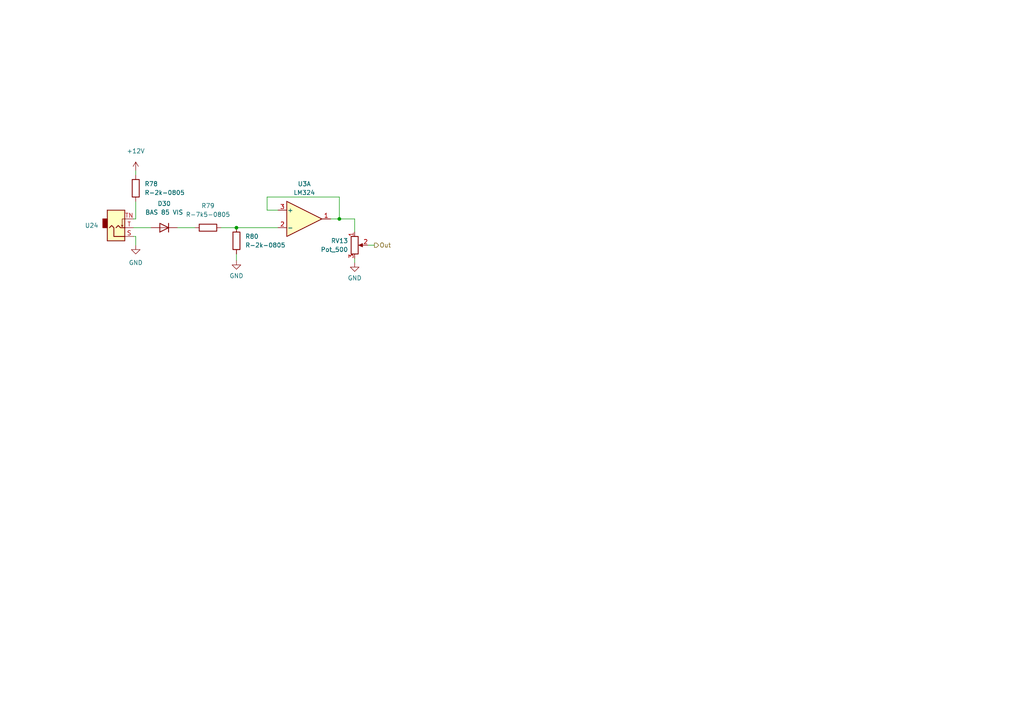
<source format=kicad_sch>
(kicad_sch (version 20211123) (generator eeschema)

  (uuid 8b876cca-1579-43b0-bb72-171dd8d2076f)

  (paper "A4")

  (lib_symbols
    (symbol "eurorack:BAS 85 VIS" (pin_numbers hide) (pin_names hide) (in_bom yes) (on_board yes)
      (property "Reference" "D" (id 0) (at 0 2.54 0)
        (effects (font (size 1.27 1.27)))
      )
      (property "Value" "BAS 85 VIS" (id 1) (at 0 -2.54 0)
        (effects (font (size 1.27 1.27)))
      )
      (property "Footprint" "Diode_SMD:D_MiniMELF" (id 2) (at 0 -4.445 0)
        (effects (font (size 1.27 1.27)) hide)
      )
      (property "Datasheet" "https://www.reichelt.com/at/en/small-signal-schottky-diode-30-v-0-2-a-sod-80-bas-85-vis-p219617.html?&trstct=pos_7&nbc=1" (id 3) (at 0.635 -8.255 0)
        (effects (font (size 1.27 1.27)) hide)
      )
      (property "ki_keywords" "diode" (id 4) (at 0 0 0)
        (effects (font (size 1.27 1.27)) hide)
      )
      (property "ki_description" "UF 0,24V, IF 0.2A, IFSM 5A" (id 5) (at 0 0 0)
        (effects (font (size 1.27 1.27)) hide)
      )
      (property "ki_fp_filters" "SOT?23*" (id 6) (at 0 0 0)
        (effects (font (size 1.27 1.27)) hide)
      )
      (symbol "BAS 85 VIS_0_1"
        (polyline
          (pts
            (xy -1.27 1.27)
            (xy -1.27 -1.27)
          )
          (stroke (width 0.254) (type default) (color 0 0 0 0))
          (fill (type none))
        )
        (polyline
          (pts
            (xy 1.27 0)
            (xy -1.27 0)
          )
          (stroke (width 0) (type default) (color 0 0 0 0))
          (fill (type none))
        )
        (polyline
          (pts
            (xy 1.27 1.27)
            (xy 1.27 -1.27)
            (xy -1.27 0)
            (xy 1.27 1.27)
          )
          (stroke (width 0.254) (type default) (color 0 0 0 0))
          (fill (type none))
        )
      )
      (symbol "BAS 85 VIS_1_1"
        (pin passive line (at 3.81 0 180) (length 2.54)
          (name "A" (effects (font (size 1.27 1.27))))
          (number "1" (effects (font (size 1.27 1.27))))
        )
        (pin passive line (at -3.81 0 0) (length 2.54)
          (name "K" (effects (font (size 1.27 1.27))))
          (number "2" (effects (font (size 1.27 1.27))))
        )
      )
    )
    (symbol "eurorack:LM324" (pin_names (offset 0.127)) (in_bom yes) (on_board yes)
      (property "Reference" "U" (id 0) (at 0 5.08 0)
        (effects (font (size 1.27 1.27)) (justify left))
      )
      (property "Value" "LM324" (id 1) (at 0 -5.08 0)
        (effects (font (size 1.27 1.27)) (justify left))
      )
      (property "Footprint" "Package_SO:SO-14_3.9x8.65mm_P1.27mm" (id 2) (at -1.27 2.54 0)
        (effects (font (size 1.27 1.27)) hide)
      )
      (property "Datasheet" "http://www.ti.com/lit/ds/symlink/lm2902-n.pdf" (id 3) (at 1.27 5.08 0)
        (effects (font (size 1.27 1.27)) hide)
      )
      (property "ki_locked" "" (id 4) (at 0 0 0)
        (effects (font (size 1.27 1.27)))
      )
      (property "ki_keywords" "quad opamp" (id 5) (at 0 0 0)
        (effects (font (size 1.27 1.27)) hide)
      )
      (property "ki_description" "Low-Power, Quad-Operational Amplifiers, DIP-14/SOIC-14/SSOP-14" (id 6) (at 0 0 0)
        (effects (font (size 1.27 1.27)) hide)
      )
      (property "ki_fp_filters" "SOIC*3.9x8.7mm*P1.27mm* DIP*W7.62mm* TSSOP*4.4x5mm*P0.65mm* SSOP*5.3x6.2mm*P0.65mm* MSOP*3x3mm*P0.5mm*" (id 7) (at 0 0 0)
        (effects (font (size 1.27 1.27)) hide)
      )
      (symbol "LM324_1_1"
        (polyline
          (pts
            (xy -5.08 5.08)
            (xy 5.08 0)
            (xy -5.08 -5.08)
            (xy -5.08 5.08)
          )
          (stroke (width 0.254) (type default) (color 0 0 0 0))
          (fill (type background))
        )
        (pin output line (at 7.62 0 180) (length 2.54)
          (name "~" (effects (font (size 1.27 1.27))))
          (number "1" (effects (font (size 1.27 1.27))))
        )
        (pin input line (at -7.62 -2.54 0) (length 2.54)
          (name "-" (effects (font (size 1.27 1.27))))
          (number "2" (effects (font (size 1.27 1.27))))
        )
        (pin input line (at -7.62 2.54 0) (length 2.54)
          (name "+" (effects (font (size 1.27 1.27))))
          (number "3" (effects (font (size 1.27 1.27))))
        )
      )
      (symbol "LM324_2_1"
        (polyline
          (pts
            (xy -5.08 5.08)
            (xy 5.08 0)
            (xy -5.08 -5.08)
            (xy -5.08 5.08)
          )
          (stroke (width 0.254) (type default) (color 0 0 0 0))
          (fill (type background))
        )
        (pin input line (at -7.62 2.54 0) (length 2.54)
          (name "+" (effects (font (size 1.27 1.27))))
          (number "5" (effects (font (size 1.27 1.27))))
        )
        (pin input line (at -7.62 -2.54 0) (length 2.54)
          (name "-" (effects (font (size 1.27 1.27))))
          (number "6" (effects (font (size 1.27 1.27))))
        )
        (pin output line (at 7.62 0 180) (length 2.54)
          (name "~" (effects (font (size 1.27 1.27))))
          (number "7" (effects (font (size 1.27 1.27))))
        )
      )
      (symbol "LM324_3_1"
        (polyline
          (pts
            (xy -5.08 5.08)
            (xy 5.08 0)
            (xy -5.08 -5.08)
            (xy -5.08 5.08)
          )
          (stroke (width 0.254) (type default) (color 0 0 0 0))
          (fill (type background))
        )
        (pin input line (at -7.62 2.54 0) (length 2.54)
          (name "+" (effects (font (size 1.27 1.27))))
          (number "10" (effects (font (size 1.27 1.27))))
        )
        (pin output line (at 7.62 0 180) (length 2.54)
          (name "~" (effects (font (size 1.27 1.27))))
          (number "8" (effects (font (size 1.27 1.27))))
        )
        (pin input line (at -7.62 -2.54 0) (length 2.54)
          (name "-" (effects (font (size 1.27 1.27))))
          (number "9" (effects (font (size 1.27 1.27))))
        )
      )
      (symbol "LM324_4_1"
        (polyline
          (pts
            (xy -5.08 5.08)
            (xy 5.08 0)
            (xy -5.08 -5.08)
            (xy -5.08 5.08)
          )
          (stroke (width 0.254) (type default) (color 0 0 0 0))
          (fill (type background))
        )
        (pin input line (at -7.62 2.54 0) (length 2.54)
          (name "+" (effects (font (size 1.27 1.27))))
          (number "12" (effects (font (size 1.27 1.27))))
        )
        (pin input line (at -7.62 -2.54 0) (length 2.54)
          (name "-" (effects (font (size 1.27 1.27))))
          (number "13" (effects (font (size 1.27 1.27))))
        )
        (pin output line (at 7.62 0 180) (length 2.54)
          (name "~" (effects (font (size 1.27 1.27))))
          (number "14" (effects (font (size 1.27 1.27))))
        )
      )
      (symbol "LM324_5_1"
        (pin power_in line (at -2.54 -7.62 90) (length 3.81)
          (name "V-" (effects (font (size 1.27 1.27))))
          (number "11" (effects (font (size 1.27 1.27))))
        )
        (pin power_in line (at -2.54 7.62 270) (length 3.81)
          (name "V+" (effects (font (size 1.27 1.27))))
          (number "4" (effects (font (size 1.27 1.27))))
        )
      )
    )
    (symbol "eurorack:LUM-1502-03_3.5mm_mono_vertical_jack" (in_bom yes) (on_board yes)
      (property "Reference" "U" (id 0) (at 0 5.08 0)
        (effects (font (size 1.27 1.27)))
      )
      (property "Value" "LUM-1502-03_3.5mm_mono_vertical_jack" (id 1) (at 0 5.08 0)
        (effects (font (size 1.27 1.27)))
      )
      (property "Footprint" "eurorack:LUM 1502-03" (id 2) (at 0 5.08 0)
        (effects (font (size 1.27 1.27)) hide)
      )
      (property "Datasheet" "https://cdn-reichelt.de/documents/datenblatt/C160/DS_1502_03.pdf" (id 3) (at 0 5.08 0)
        (effects (font (size 1.27 1.27)) hide)
      )
      (symbol "LUM-1502-03_3.5mm_mono_vertical_jack_0_1"
        (rectangle (start -2.54 -1.27) (end -3.81 -3.81)
          (stroke (width 0.254) (type default) (color 0 0 0 0))
          (fill (type outline))
        )
        (polyline
          (pts
            (xy 1.778 -1.524)
            (xy 2.032 -2.032)
          )
          (stroke (width 0) (type default) (color 0 0 0 0))
          (fill (type none))
        )
        (polyline
          (pts
            (xy 0 -1.27)
            (xy 0.635 -1.905)
            (xy 1.27 -1.27)
            (xy 2.54 -1.27)
          )
          (stroke (width 0.254) (type default) (color 0 0 0 0))
          (fill (type none))
        )
        (polyline
          (pts
            (xy 2.54 -3.81)
            (xy 1.778 -3.81)
            (xy 1.778 -1.524)
            (xy 1.524 -2.032)
          )
          (stroke (width 0) (type default) (color 0 0 0 0))
          (fill (type none))
        )
        (polyline
          (pts
            (xy 2.54 1.27)
            (xy -0.635 1.27)
            (xy -0.635 -1.27)
            (xy -1.27 -1.905)
            (xy -1.905 -1.27)
          )
          (stroke (width 0.254) (type default) (color 0 0 0 0))
          (fill (type none))
        )
        (rectangle (start 2.54 2.54) (end -2.54 -6.35)
          (stroke (width 0.254) (type default) (color 0 0 0 0))
          (fill (type background))
        )
      )
      (symbol "LUM-1502-03_3.5mm_mono_vertical_jack_1_1"
        (pin passive line (at 5.08 1.27 180) (length 2.54)
          (name "~" (effects (font (size 1.27 1.27))))
          (number "S" (effects (font (size 1.27 1.27))))
        )
        (pin passive line (at 5.08 -1.27 180) (length 2.54)
          (name "~" (effects (font (size 1.27 1.27))))
          (number "T" (effects (font (size 1.27 1.27))))
        )
        (pin passive line (at 5.08 -3.81 180) (length 2.54)
          (name "~" (effects (font (size 1.27 1.27))))
          (number "TN" (effects (font (size 1.27 1.27))))
        )
      )
    )
    (symbol "eurorack:Pot_500" (pin_names (offset 1.016) hide) (in_bom yes) (on_board yes)
      (property "Reference" "RV" (id 0) (at -4.445 0 90)
        (effects (font (size 1.27 1.27)))
      )
      (property "Value" "Pot_500" (id 1) (at -2.54 0 90)
        (effects (font (size 1.27 1.27)))
      )
      (property "Footprint" "Potentiometer_THT:Potentiometer_Piher_PT-10-V10_Vertical" (id 2) (at 0 0 0)
        (effects (font (size 1.27 1.27)) hide)
      )
      (property "Datasheet" "https://secure.reichelt.com/at/en/rotary-potentiometer-500-ohm-linear-4-mm-pih-smc10v10501-p232483.html?&trstct=pos_4&nbc=1" (id 3) (at 0 0 0)
        (effects (font (size 1.27 1.27)) hide)
      )
      (property "ki_keywords" "resistor variable" (id 4) (at 0 0 0)
        (effects (font (size 1.27 1.27)) hide)
      )
      (property "ki_description" "Potentiometer" (id 5) (at 0 0 0)
        (effects (font (size 1.27 1.27)) hide)
      )
      (property "ki_fp_filters" "Potentiometer*" (id 6) (at 0 0 0)
        (effects (font (size 1.27 1.27)) hide)
      )
      (symbol "Pot_500_0_1"
        (polyline
          (pts
            (xy 2.54 0)
            (xy 1.524 0)
          )
          (stroke (width 0) (type default) (color 0 0 0 0))
          (fill (type none))
        )
        (polyline
          (pts
            (xy 1.143 0)
            (xy 2.286 0.508)
            (xy 2.286 -0.508)
            (xy 1.143 0)
          )
          (stroke (width 0) (type default) (color 0 0 0 0))
          (fill (type outline))
        )
        (rectangle (start 1.016 2.54) (end -1.016 -2.54)
          (stroke (width 0.254) (type default) (color 0 0 0 0))
          (fill (type none))
        )
      )
      (symbol "Pot_500_1_1"
        (pin passive line (at 0 3.81 270) (length 1.27)
          (name "1" (effects (font (size 1.27 1.27))))
          (number "1" (effects (font (size 1.27 1.27))))
        )
        (pin passive line (at 3.81 0 180) (length 1.27)
          (name "2" (effects (font (size 1.27 1.27))))
          (number "2" (effects (font (size 1.27 1.27))))
        )
        (pin passive line (at 0 -3.81 90) (length 1.27)
          (name "3" (effects (font (size 1.27 1.27))))
          (number "3" (effects (font (size 1.27 1.27))))
        )
      )
    )
    (symbol "eurorack:R-2k-0805" (pin_numbers hide) (pin_names (offset 0)) (in_bom yes) (on_board yes)
      (property "Reference" "R" (id 0) (at 2.032 0 90)
        (effects (font (size 1.27 1.27)))
      )
      (property "Value" "R-2k-0805" (id 1) (at -2.54 0 90)
        (effects (font (size 1.27 1.27)))
      )
      (property "Footprint" "Resistor_SMD:R_0805_2012Metric" (id 2) (at -1.778 0 90)
        (effects (font (size 1.27 1.27)) hide)
      )
      (property "Datasheet" "https://www.reichelt.com/at/en/smd-resistor-0805-2-kohm-125-mw-5--rnd-1550805-cr-p250288.html?&trstct=pol_1&nbc=1" (id 3) (at 0 0 0)
        (effects (font (size 1.27 1.27)) hide)
      )
      (property "P" "125mW" (id 4) (at 0 0 0)
        (effects (font (size 1.27 1.27)) hide)
      )
      (property "Tolerance" "1%" (id 5) (at 0 0 0)
        (effects (font (size 1.27 1.27)) hide)
      )
      (property "ki_keywords" "R res resistor" (id 6) (at 0 0 0)
        (effects (font (size 1.27 1.27)) hide)
      )
      (property "ki_description" "Resistor" (id 7) (at 0 0 0)
        (effects (font (size 1.27 1.27)) hide)
      )
      (property "ki_fp_filters" "R_*" (id 8) (at 0 0 0)
        (effects (font (size 1.27 1.27)) hide)
      )
      (symbol "R-2k-0805_0_1"
        (rectangle (start -1.016 -2.54) (end 1.016 2.54)
          (stroke (width 0.254) (type default) (color 0 0 0 0))
          (fill (type none))
        )
      )
      (symbol "R-2k-0805_1_1"
        (pin passive line (at 0 3.81 270) (length 1.27)
          (name "~" (effects (font (size 1.27 1.27))))
          (number "1" (effects (font (size 1.27 1.27))))
        )
        (pin passive line (at 0 -3.81 90) (length 1.27)
          (name "~" (effects (font (size 1.27 1.27))))
          (number "2" (effects (font (size 1.27 1.27))))
        )
      )
    )
    (symbol "eurorack:R-7k5-0805" (pin_numbers hide) (pin_names (offset 0)) (in_bom yes) (on_board yes)
      (property "Reference" "R" (id 0) (at 2.032 0 90)
        (effects (font (size 1.27 1.27)))
      )
      (property "Value" "R-7k5-0805" (id 1) (at -2.54 0 90)
        (effects (font (size 1.27 1.27)))
      )
      (property "Footprint" "Resistor_SMD:R_0805_2012Metric" (id 2) (at -1.778 0 90)
        (effects (font (size 1.27 1.27)) hide)
      )
      (property "Datasheet" "https://www.reichelt.com/at/en/smd-resistor-0805-7-5-kohm-125-mw-5--rnd-1550805-dl-p250308.html?&trstct=pol_0&nbc=1" (id 3) (at 0 0 0)
        (effects (font (size 1.27 1.27)) hide)
      )
      (property "P" "125mW" (id 4) (at 0 0 0)
        (effects (font (size 1.27 1.27)) hide)
      )
      (property "Tolerance" "1%" (id 5) (at 0 0 0)
        (effects (font (size 1.27 1.27)) hide)
      )
      (property "ki_keywords" "R res resistor" (id 6) (at 0 0 0)
        (effects (font (size 1.27 1.27)) hide)
      )
      (property "ki_description" "Resistor" (id 7) (at 0 0 0)
        (effects (font (size 1.27 1.27)) hide)
      )
      (property "ki_fp_filters" "R_*" (id 8) (at 0 0 0)
        (effects (font (size 1.27 1.27)) hide)
      )
      (symbol "R-7k5-0805_0_1"
        (rectangle (start -1.016 -2.54) (end 1.016 2.54)
          (stroke (width 0.254) (type default) (color 0 0 0 0))
          (fill (type none))
        )
      )
      (symbol "R-7k5-0805_1_1"
        (pin passive line (at 0 3.81 270) (length 1.27)
          (name "~" (effects (font (size 1.27 1.27))))
          (number "1" (effects (font (size 1.27 1.27))))
        )
        (pin passive line (at 0 -3.81 90) (length 1.27)
          (name "~" (effects (font (size 1.27 1.27))))
          (number "2" (effects (font (size 1.27 1.27))))
        )
      )
    )
    (symbol "power:+12V" (power) (pin_names (offset 0)) (in_bom yes) (on_board yes)
      (property "Reference" "#PWR" (id 0) (at 0 -3.81 0)
        (effects (font (size 1.27 1.27)) hide)
      )
      (property "Value" "+12V" (id 1) (at 0 3.556 0)
        (effects (font (size 1.27 1.27)))
      )
      (property "Footprint" "" (id 2) (at 0 0 0)
        (effects (font (size 1.27 1.27)) hide)
      )
      (property "Datasheet" "" (id 3) (at 0 0 0)
        (effects (font (size 1.27 1.27)) hide)
      )
      (property "ki_keywords" "power-flag" (id 4) (at 0 0 0)
        (effects (font (size 1.27 1.27)) hide)
      )
      (property "ki_description" "Power symbol creates a global label with name \"+12V\"" (id 5) (at 0 0 0)
        (effects (font (size 1.27 1.27)) hide)
      )
      (symbol "+12V_0_1"
        (polyline
          (pts
            (xy -0.762 1.27)
            (xy 0 2.54)
          )
          (stroke (width 0) (type default) (color 0 0 0 0))
          (fill (type none))
        )
        (polyline
          (pts
            (xy 0 0)
            (xy 0 2.54)
          )
          (stroke (width 0) (type default) (color 0 0 0 0))
          (fill (type none))
        )
        (polyline
          (pts
            (xy 0 2.54)
            (xy 0.762 1.27)
          )
          (stroke (width 0) (type default) (color 0 0 0 0))
          (fill (type none))
        )
      )
      (symbol "+12V_1_1"
        (pin power_in line (at 0 0 90) (length 0) hide
          (name "+12V" (effects (font (size 1.27 1.27))))
          (number "1" (effects (font (size 1.27 1.27))))
        )
      )
    )
    (symbol "power:GND" (power) (pin_names (offset 0)) (in_bom yes) (on_board yes)
      (property "Reference" "#PWR" (id 0) (at 0 -6.35 0)
        (effects (font (size 1.27 1.27)) hide)
      )
      (property "Value" "GND" (id 1) (at 0 -3.81 0)
        (effects (font (size 1.27 1.27)))
      )
      (property "Footprint" "" (id 2) (at 0 0 0)
        (effects (font (size 1.27 1.27)) hide)
      )
      (property "Datasheet" "" (id 3) (at 0 0 0)
        (effects (font (size 1.27 1.27)) hide)
      )
      (property "ki_keywords" "power-flag" (id 4) (at 0 0 0)
        (effects (font (size 1.27 1.27)) hide)
      )
      (property "ki_description" "Power symbol creates a global label with name \"GND\" , ground" (id 5) (at 0 0 0)
        (effects (font (size 1.27 1.27)) hide)
      )
      (symbol "GND_0_1"
        (polyline
          (pts
            (xy 0 0)
            (xy 0 -1.27)
            (xy 1.27 -1.27)
            (xy 0 -2.54)
            (xy -1.27 -1.27)
            (xy 0 -1.27)
          )
          (stroke (width 0) (type default) (color 0 0 0 0))
          (fill (type none))
        )
      )
      (symbol "GND_1_1"
        (pin power_in line (at 0 0 270) (length 0) hide
          (name "GND" (effects (font (size 1.27 1.27))))
          (number "1" (effects (font (size 1.27 1.27))))
        )
      )
    )
  )

  (junction (at 98.425 63.5) (diameter 0) (color 0 0 0 0)
    (uuid 14841c90-8be1-4dce-a3e6-6fd5c17f422e)
  )
  (junction (at 68.58 66.04) (diameter 0) (color 0 0 0 0)
    (uuid add28b54-cd1c-45b0-9924-db4b3d5c0cae)
  )

  (wire (pts (xy 51.435 66.04) (xy 56.515 66.04))
    (stroke (width 0) (type default) (color 0 0 0 0))
    (uuid 039bbc87-3fd4-4bc2-8c05-b43988213bce)
  )
  (wire (pts (xy 80.645 60.96) (xy 77.47 60.96))
    (stroke (width 0) (type default) (color 0 0 0 0))
    (uuid 0582dfb1-25d6-4622-9271-22bacec749b9)
  )
  (wire (pts (xy 102.87 63.5) (xy 102.87 67.31))
    (stroke (width 0) (type default) (color 0 0 0 0))
    (uuid 0d082a09-2fd4-4fd4-95bd-d3e7e3af6667)
  )
  (wire (pts (xy 98.425 57.15) (xy 98.425 63.5))
    (stroke (width 0) (type default) (color 0 0 0 0))
    (uuid 14a323ec-ed38-4759-b45a-4e5605a910ef)
  )
  (wire (pts (xy 77.47 57.15) (xy 98.425 57.15))
    (stroke (width 0) (type default) (color 0 0 0 0))
    (uuid 1ad04896-9f63-4c8a-b412-78a0a2f0b917)
  )
  (wire (pts (xy 39.37 63.5) (xy 38.735 63.5))
    (stroke (width 0) (type default) (color 0 0 0 0))
    (uuid 2c475c66-ee93-4e50-8863-e817f458956f)
  )
  (wire (pts (xy 68.58 73.66) (xy 68.58 75.565))
    (stroke (width 0) (type default) (color 0 0 0 0))
    (uuid 2f665c04-b8d3-4200-aea6-f7dfbd45dad5)
  )
  (wire (pts (xy 39.37 71.12) (xy 39.37 68.58))
    (stroke (width 0) (type default) (color 0 0 0 0))
    (uuid 2f8ce67d-1225-44cf-95d4-8779e77c2daa)
  )
  (wire (pts (xy 98.425 63.5) (xy 102.87 63.5))
    (stroke (width 0) (type default) (color 0 0 0 0))
    (uuid 5158d1f6-0fb4-4181-a15a-f557daa14613)
  )
  (wire (pts (xy 39.37 68.58) (xy 38.735 68.58))
    (stroke (width 0) (type default) (color 0 0 0 0))
    (uuid 53cf8cdb-47e8-47ed-8ed3-ca84ce556e44)
  )
  (wire (pts (xy 98.425 63.5) (xy 95.885 63.5))
    (stroke (width 0) (type default) (color 0 0 0 0))
    (uuid 564b8969-cc47-4a44-a8ec-10df67338a4b)
  )
  (wire (pts (xy 102.87 74.93) (xy 102.87 76.2))
    (stroke (width 0) (type default) (color 0 0 0 0))
    (uuid 5ab4d479-f513-4434-bbde-a7c01ba23e40)
  )
  (wire (pts (xy 68.58 66.04) (xy 80.645 66.04))
    (stroke (width 0) (type default) (color 0 0 0 0))
    (uuid 6a8c2151-de75-4ce4-92b6-d503d15c9ad4)
  )
  (wire (pts (xy 38.735 66.04) (xy 43.815 66.04))
    (stroke (width 0) (type default) (color 0 0 0 0))
    (uuid 89046daa-41ac-467b-b85f-4817cca3d04c)
  )
  (wire (pts (xy 64.135 66.04) (xy 68.58 66.04))
    (stroke (width 0) (type default) (color 0 0 0 0))
    (uuid ac28658e-9541-4b00-bd78-2397435aae91)
  )
  (wire (pts (xy 39.37 58.42) (xy 39.37 63.5))
    (stroke (width 0) (type default) (color 0 0 0 0))
    (uuid c9a1ff01-b84d-4b70-ad4d-91f8806e8d8d)
  )
  (wire (pts (xy 106.68 71.12) (xy 108.585 71.12))
    (stroke (width 0) (type default) (color 0 0 0 0))
    (uuid d04f9b0f-2249-48ae-98b4-0196d2abe477)
  )
  (wire (pts (xy 39.37 49.53) (xy 39.37 50.8))
    (stroke (width 0) (type default) (color 0 0 0 0))
    (uuid db957ea5-8e4b-48ed-b377-f95c0f7d24bc)
  )
  (wire (pts (xy 77.47 60.96) (xy 77.47 57.15))
    (stroke (width 0) (type default) (color 0 0 0 0))
    (uuid f48ba8bd-d993-4f07-b106-41d2f8c8f460)
  )

  (hierarchical_label "Out" (shape output) (at 108.585 71.12 0)
    (effects (font (size 1.27 1.27)) (justify left))
    (uuid a7c620b2-4b30-4697-a375-b98b9350fdba)
  )

  (symbol (lib_id "eurorack:LUM-1502-03_3.5mm_mono_vertical_jack") (at 33.655 67.31 0) (mirror x)
    (in_bom yes) (on_board yes) (fields_autoplaced)
    (uuid 1938cb01-94a5-4d00-bfbe-97a30c4046e0)
    (property "Reference" "U24" (id 0) (at 28.575 65.4049 0)
      (effects (font (size 1.27 1.27)) (justify right))
    )
    (property "Value" "LUM-1502-03_3.5mm_mono_vertical_jack" (id 1) (at 28.575 66.6749 0)
      (effects (font (size 1.27 1.27)) (justify right) hide)
    )
    (property "Footprint" "eurorack:LUM 1502-03" (id 2) (at 33.655 72.39 0)
      (effects (font (size 1.27 1.27)) hide)
    )
    (property "Datasheet" "https://cdn-reichelt.de/documents/datenblatt/C160/DS_1502_03.pdf" (id 3) (at 33.655 72.39 0)
      (effects (font (size 1.27 1.27)) hide)
    )
    (pin "S" (uuid e90e32aa-33f2-49ed-a646-bf2b655b8476))
    (pin "T" (uuid cecd3c12-4f58-4548-b199-a9a6719f69ac))
    (pin "TN" (uuid 9066286b-ca98-4f50-820e-096a6e0afde5))
  )

  (symbol (lib_id "eurorack:LM324") (at 88.265 63.5 0)
    (in_bom yes) (on_board yes) (fields_autoplaced)
    (uuid 3a7b350e-3548-4144-ae5e-ce92a33dad18)
    (property "Reference" "U3" (id 0) (at 88.265 53.34 0))
    (property "Value" "LM324" (id 1) (at 88.265 55.88 0))
    (property "Footprint" "Package_SO:SO-14_3.9x8.65mm_P1.27mm" (id 2) (at 86.995 60.96 0)
      (effects (font (size 1.27 1.27)) hide)
    )
    (property "Datasheet" "http://www.ti.com/lit/ds/symlink/lm2902-n.pdf" (id 3) (at 89.535 58.42 0)
      (effects (font (size 1.27 1.27)) hide)
    )
    (pin "12" (uuid 8443f07a-ac10-46a9-82d3-6c79d8745f47))
    (pin "13" (uuid 29ff3bbe-89c2-4802-b45b-8afde815f8af))
    (pin "14" (uuid f0e0464f-7f0d-4e68-9487-479525f2791f))
  )

  (symbol (lib_id "power:GND") (at 39.37 71.12 0) (mirror y)
    (in_bom yes) (on_board yes) (fields_autoplaced)
    (uuid 461a09ef-a6b5-4c4f-a7c9-8d073c063db7)
    (property "Reference" "#PWR0112" (id 0) (at 39.37 77.47 0)
      (effects (font (size 1.27 1.27)) hide)
    )
    (property "Value" "GND" (id 1) (at 39.37 76.2 0))
    (property "Footprint" "" (id 2) (at 39.37 71.12 0)
      (effects (font (size 1.27 1.27)) hide)
    )
    (property "Datasheet" "" (id 3) (at 39.37 71.12 0)
      (effects (font (size 1.27 1.27)) hide)
    )
    (pin "1" (uuid b5a1a182-6b59-4c06-a609-ea9ae8f1b46e))
  )

  (symbol (lib_id "eurorack:BAS 85 VIS") (at 47.625 66.04 180)
    (in_bom yes) (on_board yes) (fields_autoplaced)
    (uuid 4f91f338-1b66-422c-86de-03e72a556e0f)
    (property "Reference" "D30" (id 0) (at 47.625 59.055 0))
    (property "Value" "BAS 85 VIS" (id 1) (at 47.625 61.595 0))
    (property "Footprint" "Diode_SMD:D_MiniMELF" (id 2) (at 47.625 61.595 0)
      (effects (font (size 1.27 1.27)) hide)
    )
    (property "Datasheet" "https://www.reichelt.com/at/en/small-signal-schottky-diode-30-v-0-2-a-sod-80-bas-85-vis-p219617.html?&trstct=pos_7&nbc=1" (id 3) (at 47.625 66.04 0)
      (effects (font (size 1.27 1.27)) hide)
    )
    (pin "1" (uuid f0755497-6dbb-404f-82e0-e8aabcf3ccfa))
    (pin "2" (uuid fa9c2320-50be-42a8-a4bd-8ae2a642aa2f))
  )

  (symbol (lib_id "power:GND") (at 102.87 76.2 0)
    (in_bom yes) (on_board yes) (fields_autoplaced)
    (uuid 83f3ddb4-65ee-40cc-aa78-9c947399bcd7)
    (property "Reference" "#PWR0114" (id 0) (at 102.87 82.55 0)
      (effects (font (size 1.27 1.27)) hide)
    )
    (property "Value" "GND" (id 1) (at 102.87 80.645 0))
    (property "Footprint" "" (id 2) (at 102.87 76.2 0)
      (effects (font (size 1.27 1.27)) hide)
    )
    (property "Datasheet" "" (id 3) (at 102.87 76.2 0)
      (effects (font (size 1.27 1.27)) hide)
    )
    (pin "1" (uuid fddd0a96-0443-4b0a-93ba-cfe62279f282))
  )

  (symbol (lib_id "eurorack:Pot_500") (at 102.87 71.12 0)
    (in_bom yes) (on_board yes) (fields_autoplaced)
    (uuid c5bf5f8b-5a90-4185-8e4c-0ed4b2eb1404)
    (property "Reference" "RV13" (id 0) (at 100.965 69.8499 0)
      (effects (font (size 1.27 1.27)) (justify right))
    )
    (property "Value" "Pot_500" (id 1) (at 100.965 72.3899 0)
      (effects (font (size 1.27 1.27)) (justify right))
    )
    (property "Footprint" "Potentiometer_THT:Potentiometer_Piher_PT-10-V10_Vertical" (id 2) (at 102.87 71.12 0)
      (effects (font (size 1.27 1.27)) hide)
    )
    (property "Datasheet" "https://secure.reichelt.com/at/en/rotary-potentiometer-500-ohm-linear-4-mm-pih-smc10v10501-p232483.html?&trstct=pos_4&nbc=1" (id 3) (at 102.87 71.12 0)
      (effects (font (size 1.27 1.27)) hide)
    )
    (pin "1" (uuid a100bb08-7610-4b79-ae57-49256a9ab59b))
    (pin "2" (uuid e19f07e4-4b73-4323-8e11-f5d7055dc0d1))
    (pin "3" (uuid 20e3cacf-c59f-4e8b-8146-6692dc51ef0f))
  )

  (symbol (lib_id "eurorack:R-2k-0805") (at 68.58 69.85 0)
    (in_bom yes) (on_board yes) (fields_autoplaced)
    (uuid c96e4f75-85ae-43e8-9d6b-b1ee75857ba4)
    (property "Reference" "R80" (id 0) (at 71.12 68.5799 0)
      (effects (font (size 1.27 1.27)) (justify left))
    )
    (property "Value" "R-2k-0805" (id 1) (at 71.12 71.1199 0)
      (effects (font (size 1.27 1.27)) (justify left))
    )
    (property "Footprint" "Resistor_SMD:R_0805_2012Metric" (id 2) (at 66.802 69.85 90)
      (effects (font (size 1.27 1.27)) hide)
    )
    (property "Datasheet" "https://www.reichelt.com/at/en/smd-resistor-0805-2-kohm-125-mw-5--rnd-1550805-cr-p250288.html?&trstct=pol_1&nbc=1" (id 3) (at 68.58 69.85 0)
      (effects (font (size 1.27 1.27)) hide)
    )
    (property "P" "125mW" (id 4) (at 68.58 69.85 0)
      (effects (font (size 1.27 1.27)) hide)
    )
    (property "Tolerance" "1%" (id 5) (at 68.58 69.85 0)
      (effects (font (size 1.27 1.27)) hide)
    )
    (pin "1" (uuid 2b2e9c72-e284-4c5f-8c21-a8e12a7afaa6))
    (pin "2" (uuid c31e94f6-ea59-4f8b-836c-962b906b3567))
  )

  (symbol (lib_id "eurorack:R-2k-0805") (at 39.37 54.61 0)
    (in_bom yes) (on_board yes) (fields_autoplaced)
    (uuid cc7ace05-40d3-43cc-9036-9118b5aa01d5)
    (property "Reference" "R78" (id 0) (at 41.91 53.3399 0)
      (effects (font (size 1.27 1.27)) (justify left))
    )
    (property "Value" "R-2k-0805" (id 1) (at 41.91 55.8799 0)
      (effects (font (size 1.27 1.27)) (justify left))
    )
    (property "Footprint" "Resistor_SMD:R_0805_2012Metric" (id 2) (at 37.592 54.61 90)
      (effects (font (size 1.27 1.27)) hide)
    )
    (property "Datasheet" "https://www.reichelt.com/at/en/smd-resistor-0805-2-kohm-125-mw-5--rnd-1550805-cr-p250288.html?&trstct=pol_1&nbc=1" (id 3) (at 39.37 54.61 0)
      (effects (font (size 1.27 1.27)) hide)
    )
    (property "P" "125mW" (id 4) (at 39.37 54.61 0)
      (effects (font (size 1.27 1.27)) hide)
    )
    (property "Tolerance" "1%" (id 5) (at 39.37 54.61 0)
      (effects (font (size 1.27 1.27)) hide)
    )
    (pin "1" (uuid 583fc56f-29dc-4980-b5a0-f689942d767c))
    (pin "2" (uuid 262b80d4-8b9d-42b6-8d8c-52c6107f00d1))
  )

  (symbol (lib_id "power:+12V") (at 39.37 49.53 0)
    (in_bom yes) (on_board yes) (fields_autoplaced)
    (uuid e189c306-7463-49b6-94a7-4344c14a1353)
    (property "Reference" "#PWR0111" (id 0) (at 39.37 53.34 0)
      (effects (font (size 1.27 1.27)) hide)
    )
    (property "Value" "+12V" (id 1) (at 39.37 43.815 0))
    (property "Footprint" "" (id 2) (at 39.37 49.53 0)
      (effects (font (size 1.27 1.27)) hide)
    )
    (property "Datasheet" "" (id 3) (at 39.37 49.53 0)
      (effects (font (size 1.27 1.27)) hide)
    )
    (pin "1" (uuid ae4620b6-0d5d-4c93-b75d-97979d8460a8))
  )

  (symbol (lib_id "power:GND") (at 68.58 75.565 0)
    (in_bom yes) (on_board yes) (fields_autoplaced)
    (uuid e463113b-cd51-4cad-afb8-c5140a494cdc)
    (property "Reference" "#PWR0113" (id 0) (at 68.58 81.915 0)
      (effects (font (size 1.27 1.27)) hide)
    )
    (property "Value" "GND" (id 1) (at 68.58 80.01 0))
    (property "Footprint" "" (id 2) (at 68.58 75.565 0)
      (effects (font (size 1.27 1.27)) hide)
    )
    (property "Datasheet" "" (id 3) (at 68.58 75.565 0)
      (effects (font (size 1.27 1.27)) hide)
    )
    (pin "1" (uuid 454504ff-8f13-4eed-bba0-b0211cb69cd5))
  )

  (symbol (lib_id "eurorack:R-7k5-0805") (at 60.325 66.04 90)
    (in_bom yes) (on_board yes) (fields_autoplaced)
    (uuid fa93977b-419d-48e8-83c5-9799abf3c92e)
    (property "Reference" "R79" (id 0) (at 60.325 59.69 90))
    (property "Value" "R-7k5-0805" (id 1) (at 60.325 62.23 90))
    (property "Footprint" "Resistor_SMD:R_0805_2012Metric" (id 2) (at 60.325 67.818 90)
      (effects (font (size 1.27 1.27)) hide)
    )
    (property "Datasheet" "https://www.reichelt.com/at/en/smd-resistor-0805-7-5-kohm-125-mw-5--rnd-1550805-dl-p250308.html?&trstct=pol_0&nbc=1" (id 3) (at 60.325 66.04 0)
      (effects (font (size 1.27 1.27)) hide)
    )
    (property "P" "125mW" (id 4) (at 60.325 66.04 0)
      (effects (font (size 1.27 1.27)) hide)
    )
    (property "Tolerance" "1%" (id 5) (at 60.325 66.04 0)
      (effects (font (size 1.27 1.27)) hide)
    )
    (pin "1" (uuid 885ed6c5-6a6e-4d02-8bca-95a7554d2c5e))
    (pin "2" (uuid b1570fee-3875-4dc0-bc30-9b00ff9cab6c))
  )
)

</source>
